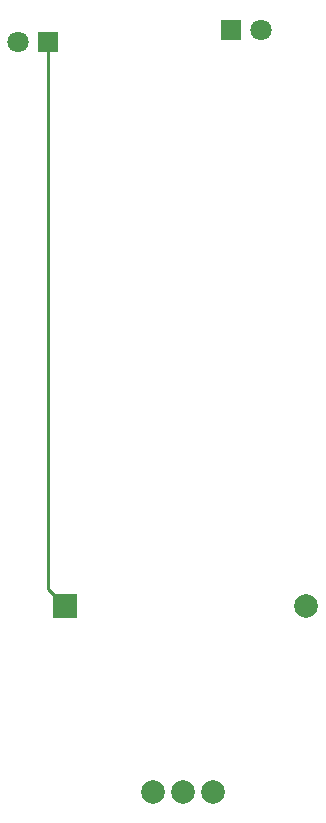
<source format=gbr>
%TF.GenerationSoftware,KiCad,Pcbnew,(5.1.6)-1*%
%TF.CreationDate,2021-02-21T20:50:40+01:00*%
%TF.ProjectId,RobiV3,526f6269-5633-42e6-9b69-6361645f7063,rev?*%
%TF.SameCoordinates,Original*%
%TF.FileFunction,Copper,L2,Bot*%
%TF.FilePolarity,Positive*%
%FSLAX46Y46*%
G04 Gerber Fmt 4.6, Leading zero omitted, Abs format (unit mm)*
G04 Created by KiCad (PCBNEW (5.1.6)-1) date 2021-02-21 20:50:40*
%MOMM*%
%LPD*%
G01*
G04 APERTURE LIST*
%TA.AperFunction,ComponentPad*%
%ADD10R,1.800000X1.800000*%
%TD*%
%TA.AperFunction,ComponentPad*%
%ADD11C,1.800000*%
%TD*%
%TA.AperFunction,ComponentPad*%
%ADD12C,2.000000*%
%TD*%
%TA.AperFunction,ComponentPad*%
%ADD13R,2.000000X2.000000*%
%TD*%
%TA.AperFunction,Conductor*%
%ADD14C,0.250000*%
%TD*%
G04 APERTURE END LIST*
D10*
%TO.P,D1,1*%
%TO.N,Net-(D1-Pad1)*%
X107696000Y-58420000D03*
D11*
%TO.P,D1,2*%
%TO.N,Net-(D1-Pad2)*%
X105156000Y-58420000D03*
%TD*%
%TO.P,D2,2*%
%TO.N,Net-(D1-Pad2)*%
X125730000Y-57404000D03*
D10*
%TO.P,D2,1*%
%TO.N,Net-(D1-Pad1)*%
X123190000Y-57404000D03*
%TD*%
D12*
%TO.P,S1,1*%
%TO.N,Net-(S1-Pad1)*%
X121666000Y-121920000D03*
%TO.P,S1,2*%
%TO.N,Net-(S1-Pad2)*%
X119126000Y-121920000D03*
%TO.P,S1,3*%
%TO.N,Net-(D1-Pad2)*%
X116586000Y-121920000D03*
%TD*%
%TO.P,U1,1*%
%TO.N,Net-(S1-Pad2)*%
X129540000Y-106172000D03*
D13*
%TO.P,U1,2*%
%TO.N,Net-(D1-Pad1)*%
X109088400Y-106172000D03*
%TD*%
D14*
%TO.N,Net-(D1-Pad1)*%
X107696000Y-104779600D02*
X109088400Y-106172000D01*
X107696000Y-58420000D02*
X107696000Y-104779600D01*
%TD*%
M02*

</source>
